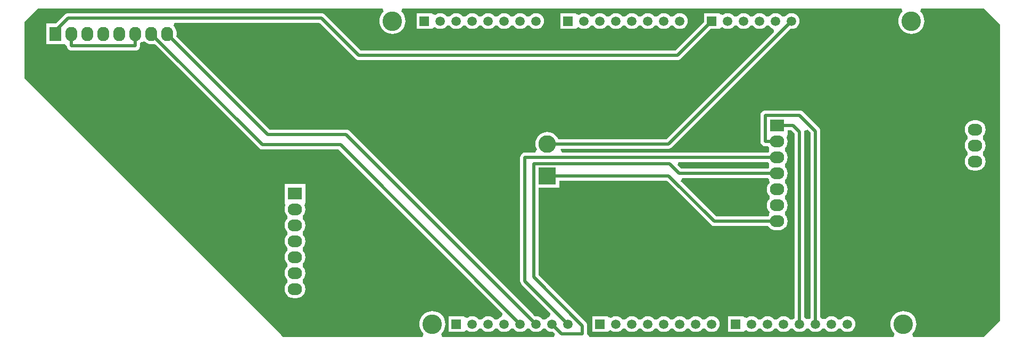
<source format=gbl>
G04 Layer_Physical_Order=2*
G04 Layer_Color=16711680*
%FSTAX24Y24*%
%MOIN*%
G70*
G01*
G75*
%ADD10C,0.0197*%
%ADD11O,0.0900X0.0750*%
%ADD12R,0.0900X0.0750*%
%ADD13R,0.0591X0.0591*%
%ADD14C,0.0591*%
%ADD15R,0.1100X0.1100*%
%ADD16C,0.1100*%
%ADD17O,0.0750X0.0900*%
%ADD18R,0.0750X0.0900*%
%ADD19C,0.1220*%
G36*
X071498Y029796D02*
Y011204D01*
X070496Y010202D01*
X06606D01*
X065989Y010399D01*
X066023Y010427D01*
X066124Y010549D01*
X066199Y01069D01*
X066245Y010842D01*
X066261Y011D01*
X066245Y011158D01*
X066199Y01131D01*
X066124Y011451D01*
X066023Y011573D01*
X065901Y011674D01*
X06576Y011749D01*
X065608Y011795D01*
X06545Y011811D01*
X065292Y011795D01*
X06514Y011749D01*
X064999Y011674D01*
X064877Y011573D01*
X064776Y011451D01*
X064701Y01131D01*
X064655Y011158D01*
X064639Y011D01*
X064655Y010842D01*
X064701Y01069D01*
X064776Y010549D01*
X064877Y010427D01*
X064911Y010399D01*
X06484Y010202D01*
X045801D01*
X045756Y010235D01*
X045648Y010399D01*
X045648Y0104D01*
Y0109D01*
X045638Y010977D01*
X045608Y011049D01*
X045561Y011111D01*
X045561Y011111D01*
X042598Y014073D01*
Y019553D01*
X043897D01*
Y020002D01*
X050627D01*
X053389Y017239D01*
X053389Y017239D01*
X053451Y017192D01*
X053523Y017162D01*
X0536Y017152D01*
X0536Y017152D01*
X056983D01*
X057067Y017042D01*
X057187Y01695D01*
X057326Y016893D01*
X057475Y016873D01*
X057625D01*
X057774Y016893D01*
X057913Y01695D01*
X058033Y017042D01*
X058125Y017162D01*
X058182Y017301D01*
X058202Y01745D01*
X058182Y017599D01*
X058125Y017738D01*
X058052Y017832D01*
X058033Y017858D01*
X058033Y018042D01*
X058052Y018068D01*
X058125Y018162D01*
X058182Y018301D01*
X058202Y01845D01*
X058182Y018599D01*
X058125Y018738D01*
X058052Y018832D01*
X058033Y018858D01*
X058033Y019042D01*
X058052Y019068D01*
X058125Y019162D01*
X058182Y019301D01*
X058202Y01945D01*
X058182Y019599D01*
X058125Y019738D01*
X058052Y019832D01*
X058033Y019858D01*
X058033Y020042D01*
X058052Y020068D01*
X058125Y020162D01*
X058182Y020301D01*
X058202Y02045D01*
X058182Y020599D01*
X058125Y020738D01*
X058052Y020832D01*
X058033Y020858D01*
X058033Y021042D01*
X058052Y021068D01*
X058125Y021162D01*
X058182Y021301D01*
X058202Y02145D01*
X058182Y021599D01*
X058125Y021738D01*
X058052Y021832D01*
X058033Y021858D01*
X058033Y022042D01*
X058052Y022068D01*
X058125Y022162D01*
X058182Y022301D01*
X058202Y02245D01*
X058182Y022599D01*
X058148Y022681D01*
X058197Y022878D01*
X058197D01*
Y023152D01*
X058427D01*
X058652Y022927D01*
Y011392D01*
X058599Y011351D01*
X058567Y01131D01*
X058521Y011295D01*
X058379D01*
X058333Y01131D01*
X058301Y011351D01*
X058198Y01143D01*
X058078Y011479D01*
X05795Y011496D01*
X057822Y011479D01*
X057702Y01143D01*
X057599Y011351D01*
X057567Y01131D01*
X057521Y011295D01*
X057379D01*
X057333Y01131D01*
X057301Y011351D01*
X057198Y01143D01*
X057078Y011479D01*
X05695Y011496D01*
X056822Y011479D01*
X056702Y01143D01*
X056599Y011351D01*
X056567Y01131D01*
X056521Y011295D01*
X056379D01*
X056333Y01131D01*
X056301Y011351D01*
X056198Y01143D01*
X056078Y011479D01*
X05595Y011496D01*
X055822Y011479D01*
X055702Y01143D01*
X055639Y011382D01*
X055502Y011424D01*
X055442Y01147D01*
Y011492D01*
X054458D01*
Y010508D01*
X055442D01*
Y01053D01*
X055502Y010576D01*
X055639Y010618D01*
X055702Y01057D01*
X055822Y010521D01*
X05595Y010504D01*
X056078Y010521D01*
X056198Y01057D01*
X056301Y010649D01*
X056333Y01069D01*
X056379Y010705D01*
X056521D01*
X056567Y01069D01*
X056599Y010649D01*
X056702Y01057D01*
X056822Y010521D01*
X05695Y010504D01*
X057078Y010521D01*
X057198Y01057D01*
X057301Y010649D01*
X057333Y01069D01*
X057379Y010705D01*
X057521D01*
X057567Y01069D01*
X057599Y010649D01*
X057702Y01057D01*
X057822Y010521D01*
X05795Y010504D01*
X058078Y010521D01*
X058198Y01057D01*
X058301Y010649D01*
X058333Y01069D01*
X058379Y010705D01*
X058521D01*
X058567Y01069D01*
X058599Y010649D01*
X058702Y01057D01*
X058822Y010521D01*
X05895Y010504D01*
X059078Y010521D01*
X059198Y01057D01*
X059301Y010649D01*
X059333Y01069D01*
X059379Y010705D01*
X059521D01*
X059567Y01069D01*
X059599Y010649D01*
X059702Y01057D01*
X059822Y010521D01*
X05995Y010504D01*
X060078Y010521D01*
X060198Y01057D01*
X060301Y010649D01*
X060333Y01069D01*
X060379Y010705D01*
X060521D01*
X060567Y01069D01*
X060599Y010649D01*
X060702Y01057D01*
X060822Y010521D01*
X06095Y010504D01*
X061078Y010521D01*
X061198Y01057D01*
X061301Y010649D01*
X061333Y01069D01*
X061379Y010705D01*
X061521D01*
X061567Y01069D01*
X061599Y010649D01*
X061702Y01057D01*
X061822Y010521D01*
X06195Y010504D01*
X062078Y010521D01*
X062198Y01057D01*
X062301Y010649D01*
X06238Y010752D01*
X062429Y010872D01*
X062446Y011D01*
X062429Y011128D01*
X06238Y011248D01*
X062301Y011351D01*
X062198Y01143D01*
X062078Y011479D01*
X06195Y011496D01*
X061822Y011479D01*
X061702Y01143D01*
X061599Y011351D01*
X061567Y01131D01*
X061521Y011295D01*
X061379D01*
X061333Y01131D01*
X061301Y011351D01*
X061198Y01143D01*
X061078Y011479D01*
X06095Y011496D01*
X060822Y011479D01*
X060702Y01143D01*
X060599Y011351D01*
X060587Y011335D01*
X060381Y011316D01*
X060248Y011437D01*
Y0231D01*
X060248Y0231D01*
X060238Y023177D01*
X060208Y023249D01*
X060161Y023311D01*
X060161Y023311D01*
X059161Y024311D01*
X059099Y024358D01*
X059027Y024388D01*
X05895Y024398D01*
X0568D01*
X056723Y024388D01*
X056651Y024358D01*
X056589Y024311D01*
X056542Y024249D01*
X056512Y024177D01*
X056502Y0241D01*
Y02245D01*
X056512Y022373D01*
X056542Y022301D01*
X056589Y022239D01*
X056651Y022192D01*
X056723Y022162D01*
X0568Y022152D01*
X056983D01*
X057036Y022082D01*
X057055Y02195D01*
X057036Y021818D01*
X056983Y021748D01*
X044067D01*
X04396Y021945D01*
X043997Y022002D01*
X05075D01*
X050827Y022012D01*
X050899Y022042D01*
X050961Y022089D01*
X058384Y029512D01*
X05845Y029504D01*
X058578Y029521D01*
X058698Y02957D01*
X058801Y029649D01*
X05888Y029752D01*
X058929Y029872D01*
X058946Y03D01*
X058929Y030128D01*
X05888Y030248D01*
X058801Y030351D01*
X058698Y03043D01*
X058578Y030479D01*
X05845Y030496D01*
X058322Y030479D01*
X058202Y03043D01*
X058099Y030351D01*
X058067Y03031D01*
X058021Y030295D01*
X057879D01*
X057833Y03031D01*
X057801Y030351D01*
X057698Y03043D01*
X057578Y030479D01*
X05745Y030496D01*
X057322Y030479D01*
X057202Y03043D01*
X057099Y030351D01*
X057067Y03031D01*
X057021Y030295D01*
X056879D01*
X056833Y03031D01*
X056801Y030351D01*
X056698Y03043D01*
X056578Y030479D01*
X05645Y030496D01*
X056322Y030479D01*
X056202Y03043D01*
X056099Y030351D01*
X056067Y03031D01*
X056021Y030295D01*
X055879D01*
X055833Y03031D01*
X055801Y030351D01*
X055698Y03043D01*
X055578Y030479D01*
X05545Y030496D01*
X055322Y030479D01*
X055202Y03043D01*
X055099Y030351D01*
X055067Y03031D01*
X055021Y030295D01*
X054879D01*
X054833Y03031D01*
X054801Y030351D01*
X054698Y03043D01*
X054578Y030479D01*
X05445Y030496D01*
X054322Y030479D01*
X054202Y03043D01*
X054139Y030382D01*
X054002Y030424D01*
X053942Y03047D01*
Y030492D01*
X052958D01*
Y029929D01*
X051177Y028148D01*
X031473D01*
X029211Y030411D01*
X029149Y030458D01*
X029077Y030488D01*
X029Y030498D01*
X01315D01*
X01315Y030498D01*
X013111Y030493D01*
X013073Y030488D01*
X013001Y030458D01*
X012939Y030411D01*
X012376Y029847D01*
X011778D01*
Y028553D01*
X012922D01*
X013057Y028412D01*
X013062Y028373D01*
X013092Y028301D01*
X013139Y028239D01*
X013201Y028192D01*
X013273Y028162D01*
X01335Y028152D01*
X01735D01*
X017427Y028162D01*
X017499Y028192D01*
X017561Y028239D01*
X017608Y028301D01*
X017638Y028373D01*
X017648Y02845D01*
Y028633D01*
X017718Y028686D01*
X017942Y028717D01*
X017968Y028698D01*
X018062Y028625D01*
X018201Y028568D01*
X01835Y028548D01*
X018499Y028568D01*
X018543Y028586D01*
X025089Y022039D01*
X025089Y022039D01*
X025151Y021992D01*
X025223Y021962D01*
X0253Y021952D01*
X030077D01*
X040347Y011681D01*
X040335Y011582D01*
X040286Y011465D01*
X040202Y01143D01*
X040099Y011351D01*
X040067Y01131D01*
X040021Y011295D01*
X039879D01*
X039833Y01131D01*
X039801Y011351D01*
X039698Y01143D01*
X039578Y011479D01*
X03945Y011496D01*
X039322Y011479D01*
X039202Y01143D01*
X039099Y011351D01*
X039067Y01131D01*
X039021Y011295D01*
X038879D01*
X038833Y01131D01*
X038801Y011351D01*
X038698Y01143D01*
X038578Y011479D01*
X03845Y011496D01*
X038322Y011479D01*
X038202Y01143D01*
X038139Y011382D01*
X038002Y011424D01*
X037942Y01147D01*
Y011492D01*
X036958D01*
Y010508D01*
X037942D01*
Y01053D01*
X038002Y010576D01*
X038139Y010618D01*
X038202Y01057D01*
X038322Y010521D01*
X03845Y010504D01*
X038578Y010521D01*
X038698Y01057D01*
X038801Y010649D01*
X038833Y01069D01*
X038879Y010705D01*
X039021D01*
X039067Y01069D01*
X039099Y010649D01*
X039202Y01057D01*
X039322Y010521D01*
X03945Y010504D01*
X039578Y010521D01*
X039698Y01057D01*
X039801Y010649D01*
X039833Y01069D01*
X039879Y010705D01*
X040021D01*
X040067Y01069D01*
X040099Y010649D01*
X040202Y01057D01*
X040322Y010521D01*
X04045Y010504D01*
X040578Y010521D01*
X040698Y01057D01*
X040801Y010649D01*
X040833Y01069D01*
X040879Y010705D01*
X041021D01*
X041067Y01069D01*
X041099Y010649D01*
X041202Y01057D01*
X041322Y010521D01*
X04145Y010504D01*
X041578Y010521D01*
X041698Y01057D01*
X041801Y010649D01*
X041833Y01069D01*
X041879Y010705D01*
X042021D01*
X042067Y01069D01*
X042099Y010649D01*
X042202Y01057D01*
X042322Y010521D01*
X04245Y010504D01*
X042578Y010521D01*
X042698Y01057D01*
X042801Y010649D01*
X042833Y01069D01*
X042879Y010705D01*
X043021D01*
X043067Y01069D01*
X043099Y010649D01*
X043202Y01057D01*
X043322Y010521D01*
X04345Y010504D01*
X043516Y010512D01*
X043645Y010384D01*
X04357Y010202D01*
X03656D01*
X036489Y010399D01*
X036523Y010427D01*
X036624Y010549D01*
X036699Y01069D01*
X036745Y010842D01*
X036761Y011D01*
X036745Y011158D01*
X036699Y01131D01*
X036624Y011451D01*
X036523Y011573D01*
X036401Y011674D01*
X03626Y011749D01*
X036108Y011795D01*
X03595Y011811D01*
X035792Y011795D01*
X03564Y011749D01*
X035499Y011674D01*
X035377Y011573D01*
X035276Y011451D01*
X035201Y01131D01*
X035155Y011158D01*
X035139Y011D01*
X035155Y010842D01*
X035201Y01069D01*
X035276Y010549D01*
X035377Y010427D01*
X035411Y010399D01*
X03534Y010202D01*
X026604D01*
X0104Y026406D01*
Y029944D01*
X011254Y030798D01*
X03284D01*
X032911Y030601D01*
X032877Y030573D01*
X032776Y030451D01*
X032701Y03031D01*
X032655Y030158D01*
X032639Y03D01*
X032655Y029842D01*
X032701Y02969D01*
X032776Y029549D01*
X032877Y029427D01*
X032999Y029326D01*
X03314Y029251D01*
X033292Y029205D01*
X03345Y029189D01*
X033608Y029205D01*
X03376Y029251D01*
X033901Y029326D01*
X034023Y029427D01*
X034124Y029549D01*
X034199Y02969D01*
X034245Y029842D01*
X034261Y03D01*
X034245Y030158D01*
X034199Y03031D01*
X034124Y030451D01*
X034023Y030573D01*
X033989Y030601D01*
X03406Y030798D01*
X06534D01*
X065411Y030601D01*
X065377Y030573D01*
X065276Y030451D01*
X065201Y03031D01*
X065155Y030158D01*
X065139Y03D01*
X065155Y029842D01*
X065201Y02969D01*
X065276Y029549D01*
X065377Y029427D01*
X065499Y029326D01*
X06564Y029251D01*
X065792Y029205D01*
X06595Y029189D01*
X066108Y029205D01*
X06626Y029251D01*
X066401Y029326D01*
X066523Y029427D01*
X066624Y029549D01*
X066699Y02969D01*
X066745Y029842D01*
X066761Y03D01*
X066745Y030158D01*
X066699Y03031D01*
X066624Y030451D01*
X066523Y030573D01*
X066489Y030601D01*
X06656Y030798D01*
X070496D01*
X071498Y029796D01*
D02*
G37*
G36*
X031139Y027639D02*
X031201Y027592D01*
X031273Y027562D01*
X03135Y027552D01*
X03135Y027552D01*
X0513D01*
X051377Y027562D01*
X051449Y027592D01*
X051511Y027639D01*
X053379Y029508D01*
X053942D01*
Y02953D01*
X054002Y029576D01*
X054139Y029618D01*
X054202Y02957D01*
X054322Y029521D01*
X05445Y029504D01*
X054578Y029521D01*
X054698Y02957D01*
X054801Y029649D01*
X054833Y02969D01*
X054879Y029705D01*
X055021D01*
X055067Y02969D01*
X055099Y029649D01*
X055202Y02957D01*
X055322Y029521D01*
X05545Y029504D01*
X055578Y029521D01*
X055698Y02957D01*
X055801Y029649D01*
X055833Y02969D01*
X055879Y029705D01*
X056021D01*
X056067Y02969D01*
X056099Y029649D01*
X056202Y02957D01*
X056322Y029521D01*
X05645Y029504D01*
X056578Y029521D01*
X056698Y02957D01*
X056801Y029649D01*
X056833Y02969D01*
X056879Y029705D01*
X057021D01*
X057067Y02969D01*
X057099Y029649D01*
X057202Y02957D01*
X057286Y029535D01*
X057335Y029418D01*
X057347Y029319D01*
X050627Y022598D01*
X043838D01*
X043774Y022717D01*
X043681Y022831D01*
X043567Y022924D01*
X043437Y022993D01*
X043296Y023036D01*
X04315Y02305D01*
X043004Y023036D01*
X042863Y022993D01*
X042733Y022924D01*
X042619Y022831D01*
X042526Y022717D01*
X042457Y022587D01*
X042414Y022446D01*
X0424Y0223D01*
X042414Y022154D01*
X042457Y022013D01*
X042493Y021945D01*
X04242Y021784D01*
X042382Y021748D01*
X04175D01*
X041673Y021738D01*
X041601Y021708D01*
X041539Y021661D01*
X041492Y021599D01*
X041462Y021527D01*
X041452Y02145D01*
Y0137D01*
X041462Y013623D01*
X041492Y013551D01*
X041539Y013489D01*
X043347Y011681D01*
X043335Y011582D01*
X043286Y011465D01*
X043202Y01143D01*
X043099Y011351D01*
X043067Y01131D01*
X043021Y011295D01*
X042879D01*
X042833Y01131D01*
X042801Y011351D01*
X042698Y01143D01*
X042578Y011479D01*
X04245Y011496D01*
X042384Y011488D01*
X030761Y023111D01*
X030699Y023158D01*
X030627Y023188D01*
X03055Y023198D01*
X025773D01*
X019917Y029054D01*
X019927Y029125D01*
Y029275D01*
X019907Y029424D01*
X01985Y029563D01*
X019758Y029683D01*
X019729Y029705D01*
X019795Y029902D01*
X028877D01*
X031139Y027639D01*
D02*
G37*
G36*
X057036Y021082D02*
X057055Y02095D01*
X057036Y020818D01*
X056983Y020748D01*
X051523D01*
X051301Y02097D01*
X051376Y021152D01*
X056983D01*
X057036Y021082D01*
D02*
G37*
G36*
Y020082D02*
X057067Y019858D01*
X057048Y019832D01*
X056975Y019738D01*
X056918Y019599D01*
X056898Y01945D01*
X056918Y019301D01*
X056975Y019162D01*
X057048Y019068D01*
X057067Y019042D01*
X057067Y018858D01*
X057048Y018832D01*
X056975Y018738D01*
X056918Y018599D01*
X056898Y01845D01*
X056918Y018301D01*
X056975Y018162D01*
X057048Y018068D01*
X057067Y018042D01*
X057036Y017818D01*
X056983Y017748D01*
X053723D01*
X051516Y019955D01*
X051597Y020152D01*
X056983D01*
X057036Y020082D01*
D02*
G37*
G36*
X059652Y022977D02*
Y011392D01*
X059599Y011351D01*
X059587Y011335D01*
X059381Y011316D01*
X059248Y011437D01*
Y02305D01*
X05924Y023111D01*
X059254Y023126D01*
X059456Y023172D01*
X059652Y022977D01*
D02*
G37*
%LPC*%
G36*
X05145Y030496D02*
X051322Y030479D01*
X051202Y03043D01*
X051099Y030351D01*
X051067Y03031D01*
X051021Y030295D01*
X050879D01*
X050833Y03031D01*
X050801Y030351D01*
X050698Y03043D01*
X050578Y030479D01*
X05045Y030496D01*
X050322Y030479D01*
X050202Y03043D01*
X050099Y030351D01*
X050067Y03031D01*
X050021Y030295D01*
X049879D01*
X049833Y03031D01*
X049801Y030351D01*
X049698Y03043D01*
X049578Y030479D01*
X04945Y030496D01*
X049322Y030479D01*
X049202Y03043D01*
X049099Y030351D01*
X049067Y03031D01*
X049021Y030295D01*
X048879D01*
X048833Y03031D01*
X048801Y030351D01*
X048698Y03043D01*
X048578Y030479D01*
X04845Y030496D01*
X048322Y030479D01*
X048202Y03043D01*
X048099Y030351D01*
X048067Y03031D01*
X048021Y030295D01*
X047879D01*
X047833Y03031D01*
X047801Y030351D01*
X047698Y03043D01*
X047578Y030479D01*
X04745Y030496D01*
X047322Y030479D01*
X047202Y03043D01*
X047099Y030351D01*
X047067Y03031D01*
X047021Y030295D01*
X046879D01*
X046833Y03031D01*
X046801Y030351D01*
X046698Y03043D01*
X046578Y030479D01*
X04645Y030496D01*
X046322Y030479D01*
X046202Y03043D01*
X046099Y030351D01*
X046067Y03031D01*
X046021Y030295D01*
X045879D01*
X045833Y03031D01*
X045801Y030351D01*
X045698Y03043D01*
X045578Y030479D01*
X04545Y030496D01*
X045322Y030479D01*
X045202Y03043D01*
X045139Y030382D01*
X045002Y030424D01*
X044942Y03047D01*
Y030492D01*
X043958D01*
Y029508D01*
X044942D01*
Y02953D01*
X045002Y029576D01*
X045139Y029618D01*
X045202Y02957D01*
X045322Y029521D01*
X04545Y029504D01*
X045578Y029521D01*
X045698Y02957D01*
X045801Y029649D01*
X045833Y02969D01*
X045879Y029705D01*
X046021D01*
X046067Y02969D01*
X046099Y029649D01*
X046202Y02957D01*
X046322Y029521D01*
X04645Y029504D01*
X046578Y029521D01*
X046698Y02957D01*
X046801Y029649D01*
X046833Y02969D01*
X046879Y029705D01*
X047021D01*
X047067Y02969D01*
X047099Y029649D01*
X047202Y02957D01*
X047322Y029521D01*
X04745Y029504D01*
X047578Y029521D01*
X047698Y02957D01*
X047801Y029649D01*
X047833Y02969D01*
X047879Y029705D01*
X048021D01*
X048067Y02969D01*
X048099Y029649D01*
X048202Y02957D01*
X048322Y029521D01*
X04845Y029504D01*
X048578Y029521D01*
X048698Y02957D01*
X048801Y029649D01*
X048833Y02969D01*
X048879Y029705D01*
X049021D01*
X049067Y02969D01*
X049099Y029649D01*
X049202Y02957D01*
X049322Y029521D01*
X04945Y029504D01*
X049578Y029521D01*
X049698Y02957D01*
X049801Y029649D01*
X049833Y02969D01*
X049879Y029705D01*
X050021D01*
X050067Y02969D01*
X050099Y029649D01*
X050202Y02957D01*
X050322Y029521D01*
X05045Y029504D01*
X050578Y029521D01*
X050698Y02957D01*
X050801Y029649D01*
X050833Y02969D01*
X050879Y029705D01*
X051021D01*
X051067Y02969D01*
X051099Y029649D01*
X051202Y02957D01*
X051322Y029521D01*
X05145Y029504D01*
X051578Y029521D01*
X051698Y02957D01*
X051801Y029649D01*
X05188Y029752D01*
X051929Y029872D01*
X051946Y03D01*
X051929Y030128D01*
X05188Y030248D01*
X051801Y030351D01*
X051698Y03043D01*
X051578Y030479D01*
X05145Y030496D01*
D02*
G37*
G36*
X04245D02*
X042322Y030479D01*
X042202Y03043D01*
X042099Y030351D01*
X042067Y03031D01*
X042021Y030295D01*
X041879D01*
X041833Y03031D01*
X041801Y030351D01*
X041698Y03043D01*
X041578Y030479D01*
X04145Y030496D01*
X041322Y030479D01*
X041202Y03043D01*
X041099Y030351D01*
X041067Y03031D01*
X041021Y030295D01*
X040879D01*
X040833Y03031D01*
X040801Y030351D01*
X040698Y03043D01*
X040578Y030479D01*
X04045Y030496D01*
X040322Y030479D01*
X040202Y03043D01*
X040099Y030351D01*
X040067Y03031D01*
X040021Y030295D01*
X039879D01*
X039833Y03031D01*
X039801Y030351D01*
X039698Y03043D01*
X039578Y030479D01*
X03945Y030496D01*
X039322Y030479D01*
X039202Y03043D01*
X039099Y030351D01*
X039067Y03031D01*
X039021Y030295D01*
X038879D01*
X038833Y03031D01*
X038801Y030351D01*
X038698Y03043D01*
X038578Y030479D01*
X03845Y030496D01*
X038322Y030479D01*
X038202Y03043D01*
X038099Y030351D01*
X038067Y03031D01*
X038021Y030295D01*
X037879D01*
X037833Y03031D01*
X037801Y030351D01*
X037698Y03043D01*
X037578Y030479D01*
X03745Y030496D01*
X037322Y030479D01*
X037202Y03043D01*
X037099Y030351D01*
X037067Y03031D01*
X037021Y030295D01*
X036879D01*
X036833Y03031D01*
X036801Y030351D01*
X036698Y03043D01*
X036578Y030479D01*
X03645Y030496D01*
X036322Y030479D01*
X036202Y03043D01*
X036139Y030382D01*
X036002Y030424D01*
X035942Y03047D01*
Y030492D01*
X034958D01*
Y029508D01*
X035942D01*
Y02953D01*
X036002Y029576D01*
X036139Y029618D01*
X036202Y02957D01*
X036322Y029521D01*
X03645Y029504D01*
X036578Y029521D01*
X036698Y02957D01*
X036801Y029649D01*
X036833Y02969D01*
X036879Y029705D01*
X037021D01*
X037067Y02969D01*
X037099Y029649D01*
X037202Y02957D01*
X037322Y029521D01*
X03745Y029504D01*
X037578Y029521D01*
X037698Y02957D01*
X037801Y029649D01*
X037833Y02969D01*
X037879Y029705D01*
X038021D01*
X038067Y02969D01*
X038099Y029649D01*
X038202Y02957D01*
X038322Y029521D01*
X03845Y029504D01*
X038578Y029521D01*
X038698Y02957D01*
X038801Y029649D01*
X038833Y02969D01*
X038879Y029705D01*
X039021D01*
X039067Y02969D01*
X039099Y029649D01*
X039202Y02957D01*
X039322Y029521D01*
X03945Y029504D01*
X039578Y029521D01*
X039698Y02957D01*
X039801Y029649D01*
X039833Y02969D01*
X039879Y029705D01*
X040021D01*
X040067Y02969D01*
X040099Y029649D01*
X040202Y02957D01*
X040322Y029521D01*
X04045Y029504D01*
X040578Y029521D01*
X040698Y02957D01*
X040801Y029649D01*
X040833Y02969D01*
X040879Y029705D01*
X041021D01*
X041067Y02969D01*
X041099Y029649D01*
X041202Y02957D01*
X041322Y029521D01*
X04145Y029504D01*
X041578Y029521D01*
X041698Y02957D01*
X041801Y029649D01*
X041833Y02969D01*
X041879Y029705D01*
X042021D01*
X042067Y02969D01*
X042099Y029649D01*
X042202Y02957D01*
X042322Y029521D01*
X04245Y029504D01*
X042578Y029521D01*
X042698Y02957D01*
X042801Y029649D01*
X04288Y029752D01*
X042929Y029872D01*
X042946Y03D01*
X042929Y030128D01*
X04288Y030248D01*
X042801Y030351D01*
X042698Y03043D01*
X042578Y030479D01*
X04245Y030496D01*
D02*
G37*
G36*
X070025Y023777D02*
X069875D01*
X069726Y023757D01*
X069587Y0237D01*
X069467Y023608D01*
X069375Y023488D01*
X069318Y023349D01*
X069298Y0232D01*
X069318Y023051D01*
X069375Y022912D01*
X069448Y022818D01*
X069467Y022792D01*
X069467Y022608D01*
X069448Y022582D01*
X069375Y022488D01*
X069318Y022349D01*
X069298Y0222D01*
X069318Y022051D01*
X069375Y021912D01*
X069448Y021818D01*
X069467Y021792D01*
X069467Y021608D01*
X069448Y021582D01*
X069375Y021488D01*
X069318Y021349D01*
X069298Y0212D01*
X069318Y021051D01*
X069375Y020912D01*
X069467Y020792D01*
X069587Y0207D01*
X069726Y020643D01*
X069875Y020623D01*
X070025D01*
X070174Y020643D01*
X070313Y0207D01*
X070433Y020792D01*
X070525Y020912D01*
X070582Y021051D01*
X070602Y0212D01*
X070582Y021349D01*
X070525Y021488D01*
X070452Y021582D01*
X070433Y021608D01*
X070433Y021792D01*
X070452Y021818D01*
X070525Y021912D01*
X070582Y022051D01*
X070602Y0222D01*
X070582Y022349D01*
X070525Y022488D01*
X070452Y022582D01*
X070433Y022608D01*
X070433Y022792D01*
X070452Y022818D01*
X070525Y022912D01*
X070582Y023051D01*
X070602Y0232D01*
X070582Y023349D01*
X070525Y023488D01*
X070433Y023608D01*
X070313Y0237D01*
X070174Y023757D01*
X070025Y023777D01*
D02*
G37*
G36*
X027997Y019772D02*
X026703D01*
Y018628D01*
X026703Y018628D01*
X026752Y018431D01*
X026718Y018349D01*
X026698Y0182D01*
X026718Y018051D01*
X026775Y017912D01*
X026848Y017818D01*
X026867Y017792D01*
X026867Y017608D01*
X026848Y017582D01*
X026775Y017488D01*
X026718Y017349D01*
X026698Y0172D01*
X026718Y017051D01*
X026775Y016912D01*
X026848Y016818D01*
X026867Y016792D01*
X026867Y016608D01*
X026848Y016582D01*
X026775Y016488D01*
X026718Y016349D01*
X026698Y0162D01*
X026718Y016051D01*
X026775Y015912D01*
X026848Y015818D01*
X026867Y015792D01*
X026867Y015608D01*
X026848Y015582D01*
X026775Y015488D01*
X026718Y015349D01*
X026698Y0152D01*
X026718Y015051D01*
X026775Y014912D01*
X026848Y014818D01*
X026867Y014792D01*
X026867Y014608D01*
X026848Y014582D01*
X026775Y014488D01*
X026718Y014349D01*
X026698Y0142D01*
X026718Y014051D01*
X026775Y013912D01*
X026848Y013818D01*
X026867Y013792D01*
X026867Y013608D01*
X026848Y013582D01*
X026775Y013488D01*
X026718Y013349D01*
X026698Y0132D01*
X026718Y013051D01*
X026775Y012912D01*
X026867Y012792D01*
X026987Y0127D01*
X027126Y012643D01*
X027275Y012623D01*
X027425D01*
X027574Y012643D01*
X027713Y0127D01*
X027833Y012792D01*
X027925Y012912D01*
X027982Y013051D01*
X028002Y0132D01*
X027982Y013349D01*
X027925Y013488D01*
X027852Y013582D01*
X027833Y013608D01*
X027833Y013792D01*
X027852Y013818D01*
X027925Y013912D01*
X027982Y014051D01*
X028002Y0142D01*
X027982Y014349D01*
X027925Y014488D01*
X027852Y014582D01*
X027833Y014608D01*
X027833Y014792D01*
X027852Y014818D01*
X027925Y014912D01*
X027982Y015051D01*
X028002Y0152D01*
X027982Y015349D01*
X027925Y015488D01*
X027852Y015582D01*
X027833Y015608D01*
X027833Y015792D01*
X027852Y015818D01*
X027925Y015912D01*
X027982Y016051D01*
X028002Y0162D01*
X027982Y016349D01*
X027925Y016488D01*
X027852Y016582D01*
X027833Y016608D01*
X027833Y016792D01*
X027852Y016818D01*
X027925Y016912D01*
X027982Y017051D01*
X028002Y0172D01*
X027982Y017349D01*
X027925Y017488D01*
X027852Y017582D01*
X027833Y017608D01*
X027833Y017792D01*
X027852Y017818D01*
X027925Y017912D01*
X027982Y018051D01*
X028002Y0182D01*
X027982Y018349D01*
X027948Y018431D01*
X027997Y018628D01*
X027997D01*
Y019772D01*
D02*
G37*
G36*
X05345Y011496D02*
X053322Y011479D01*
X053202Y01143D01*
X053099Y011351D01*
X053067Y01131D01*
X053021Y011295D01*
X052879D01*
X052833Y01131D01*
X052801Y011351D01*
X052698Y01143D01*
X052578Y011479D01*
X05245Y011496D01*
X052322Y011479D01*
X052202Y01143D01*
X052099Y011351D01*
X052067Y01131D01*
X052021Y011295D01*
X051879D01*
X051833Y01131D01*
X051801Y011351D01*
X051698Y01143D01*
X051578Y011479D01*
X05145Y011496D01*
X051322Y011479D01*
X051202Y01143D01*
X051099Y011351D01*
X051067Y01131D01*
X051021Y011295D01*
X050879D01*
X050833Y01131D01*
X050801Y011351D01*
X050698Y01143D01*
X050578Y011479D01*
X05045Y011496D01*
X050322Y011479D01*
X050202Y01143D01*
X050099Y011351D01*
X050067Y01131D01*
X050021Y011295D01*
X049879D01*
X049833Y01131D01*
X049801Y011351D01*
X049698Y01143D01*
X049578Y011479D01*
X04945Y011496D01*
X049322Y011479D01*
X049202Y01143D01*
X049099Y011351D01*
X049067Y01131D01*
X049021Y011295D01*
X048879D01*
X048833Y01131D01*
X048801Y011351D01*
X048698Y01143D01*
X048578Y011479D01*
X04845Y011496D01*
X048322Y011479D01*
X048202Y01143D01*
X048099Y011351D01*
X048067Y01131D01*
X048021Y011295D01*
X047879D01*
X047833Y01131D01*
X047801Y011351D01*
X047698Y01143D01*
X047578Y011479D01*
X04745Y011496D01*
X047322Y011479D01*
X047202Y01143D01*
X047139Y011382D01*
X047002Y011424D01*
X046942Y01147D01*
Y011492D01*
X045958D01*
Y010508D01*
X046942D01*
Y01053D01*
X047002Y010576D01*
X047139Y010618D01*
X047202Y01057D01*
X047322Y010521D01*
X04745Y010504D01*
X047578Y010521D01*
X047698Y01057D01*
X047801Y010649D01*
X047833Y01069D01*
X047879Y010705D01*
X048021D01*
X048067Y01069D01*
X048099Y010649D01*
X048202Y01057D01*
X048322Y010521D01*
X04845Y010504D01*
X048578Y010521D01*
X048698Y01057D01*
X048801Y010649D01*
X048833Y01069D01*
X048879Y010705D01*
X049021D01*
X049067Y01069D01*
X049099Y010649D01*
X049202Y01057D01*
X049322Y010521D01*
X04945Y010504D01*
X049578Y010521D01*
X049698Y01057D01*
X049801Y010649D01*
X049833Y01069D01*
X049879Y010705D01*
X050021D01*
X050067Y01069D01*
X050099Y010649D01*
X050202Y01057D01*
X050322Y010521D01*
X05045Y010504D01*
X050578Y010521D01*
X050698Y01057D01*
X050801Y010649D01*
X050833Y01069D01*
X050879Y010705D01*
X051021D01*
X051067Y01069D01*
X051099Y010649D01*
X051202Y01057D01*
X051322Y010521D01*
X05145Y010504D01*
X051578Y010521D01*
X051698Y01057D01*
X051801Y010649D01*
X051833Y01069D01*
X051879Y010705D01*
X052021D01*
X052067Y01069D01*
X052099Y010649D01*
X052202Y01057D01*
X052322Y010521D01*
X05245Y010504D01*
X052578Y010521D01*
X052698Y01057D01*
X052801Y010649D01*
X052833Y01069D01*
X052879Y010705D01*
X053021D01*
X053067Y01069D01*
X053099Y010649D01*
X053202Y01057D01*
X053322Y010521D01*
X05345Y010504D01*
X053578Y010521D01*
X053698Y01057D01*
X053801Y010649D01*
X05388Y010752D01*
X053929Y010872D01*
X053946Y011D01*
X053929Y011128D01*
X05388Y011248D01*
X053801Y011351D01*
X053698Y01143D01*
X053578Y011479D01*
X05345Y011496D01*
D02*
G37*
%LPD*%
D10*
X01835Y0292D02*
X01838D01*
X04315Y0223D02*
X05075D01*
X05845Y03D01*
X0568Y02245D02*
X05755D01*
X0568D02*
Y0241D01*
X05895D01*
Y011D02*
Y02305D01*
X05855Y02345D02*
X05895Y02305D01*
X05755Y02345D02*
X05855D01*
X05995Y011D02*
Y0231D01*
X05895Y0241D02*
X05995Y0231D01*
X01835Y0292D02*
X0253Y02225D01*
X0302D01*
X04145Y011D01*
X01935Y0292D02*
X02565Y0229D01*
X03055D01*
X04245Y011D01*
X029Y0302D02*
X03135Y02785D01*
X0513D01*
X05345Y03D01*
X04345Y011D02*
X04405Y0104D01*
X04535D01*
X04175Y0137D02*
X04445Y011D01*
X04175Y0137D02*
Y02145D01*
X05755D01*
X0423Y01395D02*
Y021048D01*
Y01395D02*
X04535Y0109D01*
Y0104D02*
Y0109D01*
X01335Y02845D02*
Y0292D01*
Y02845D02*
X01735D01*
Y0292D01*
X01235D02*
Y0294D01*
X01315Y0302D01*
X029D01*
X0423Y021048D02*
X050802D01*
X0514Y02045D01*
X05755D01*
X04315Y0203D02*
X05075D01*
X0536Y01745D01*
X05755D01*
D11*
X02735Y0142D02*
D03*
Y0162D02*
D03*
Y0172D02*
D03*
Y0182D02*
D03*
Y0152D02*
D03*
Y0132D02*
D03*
X06995Y0232D02*
D03*
Y0222D02*
D03*
Y0212D02*
D03*
X05755Y01745D02*
D03*
Y01945D02*
D03*
Y02245D02*
D03*
Y02145D02*
D03*
Y02045D02*
D03*
Y01845D02*
D03*
D12*
X02735Y0192D02*
D03*
X05755Y02345D02*
D03*
D13*
X03745Y011D02*
D03*
X05345Y03D02*
D03*
X04645Y011D02*
D03*
X05495D02*
D03*
X03545Y03D02*
D03*
X04445D02*
D03*
D14*
X03845Y011D02*
D03*
X03945D02*
D03*
X04045D02*
D03*
X04145D02*
D03*
X04245D02*
D03*
X04345D02*
D03*
X04445D02*
D03*
X05445Y03D02*
D03*
X05545D02*
D03*
X05645D02*
D03*
X05745D02*
D03*
X05845D02*
D03*
X05345Y011D02*
D03*
X05245D02*
D03*
X05145D02*
D03*
X05045D02*
D03*
X04945D02*
D03*
X04845D02*
D03*
X04745D02*
D03*
X06195D02*
D03*
X06095D02*
D03*
X05995D02*
D03*
X05895D02*
D03*
X05795D02*
D03*
X05695D02*
D03*
X05595D02*
D03*
X04245Y03D02*
D03*
X04145D02*
D03*
X04045D02*
D03*
X03945D02*
D03*
X03845D02*
D03*
X03745D02*
D03*
X03645D02*
D03*
X05145D02*
D03*
X05045D02*
D03*
X04945D02*
D03*
X04845D02*
D03*
X04745D02*
D03*
X04645D02*
D03*
X04545D02*
D03*
D15*
X04315Y0203D02*
D03*
D16*
Y0223D02*
D03*
D17*
X01935Y0292D02*
D03*
X01735D02*
D03*
X01535D02*
D03*
X01435D02*
D03*
X01335D02*
D03*
X01635D02*
D03*
X01835D02*
D03*
D18*
X01235D02*
D03*
D19*
X03345Y03D02*
D03*
X03595Y011D02*
D03*
X06545D02*
D03*
X06595Y03D02*
D03*
M02*

</source>
